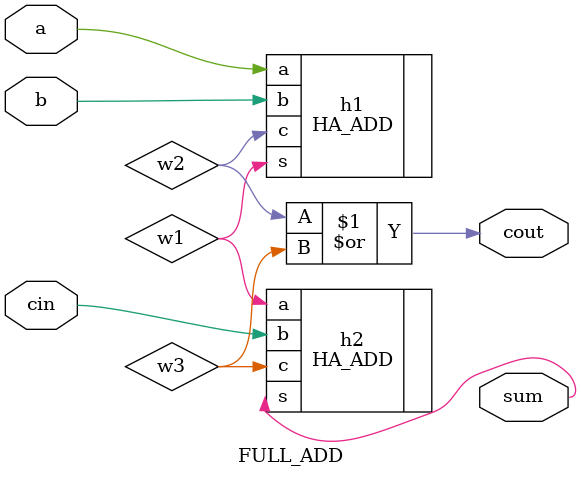
<source format=sv>
`include "HA_ADD.v"
module FULL_ADD(a,b,cin,sum,cout);
  input a,b,cin;
  output sum,cout;
  wire w1,w2,w3;
  HA_ADD h1 (.a(a),.b(b),.s(w1),.c(w2));
  HA_ADD h2 (.a(w1),.b(cin),.s(sum),.c(w3));
  assign cout =w2|w3;
endmodule
</source>
